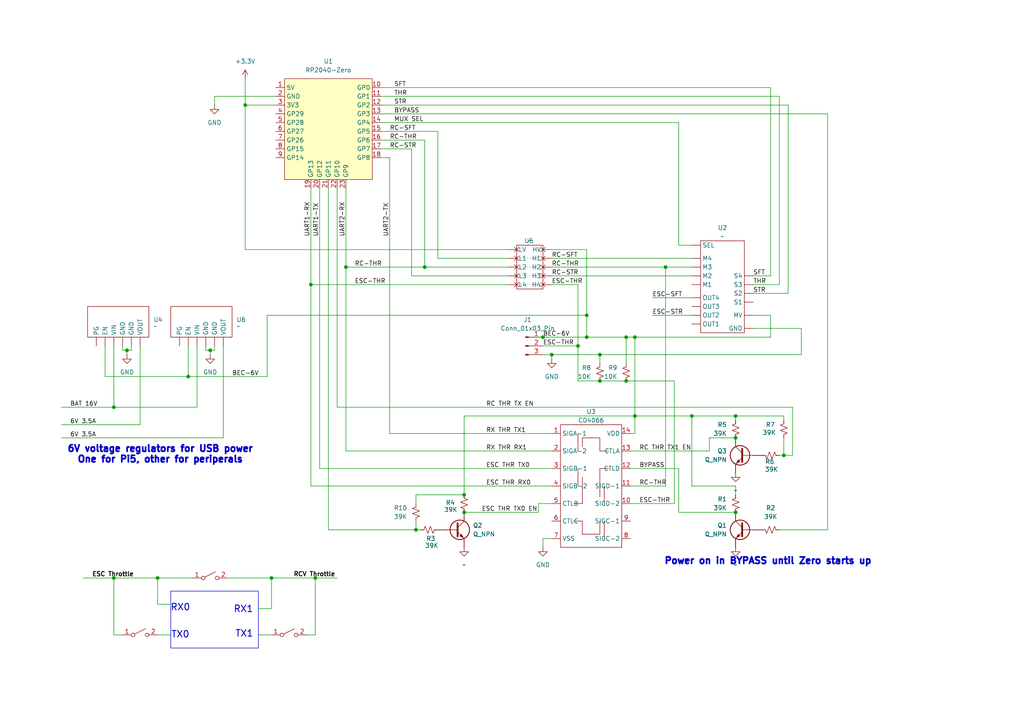
<source format=kicad_sch>
(kicad_sch (version 20250114) (generator "eeschema") (generator_version "9.0")
  (paper "A4")
  (lib_symbols
    (symbol "CD4066_1"
      (property "Reference" "U" (at 0 0 0))
      (symbol "CD4066_1_0_1"
        (rectangle (start -8.89 -5.08) (end 8.89 -40.64))
        (polyline (pts (xy -5.08 -27.94) (xy -2.54 -27.94) (xy -2.54 -20.32)))
        (polyline (pts (xy -5.08 -33.02) (xy -2.54 -33.02) (xy -2.54 -36.83) (xy 2.54 -36.83)))
        (polyline (pts (xy -3.81 -7.62) (xy -3.81 -12.7)))
        (polyline (pts (xy -3.81 -17.78) (xy -3.81 -22.86)))
        (polyline (pts (xy -2.54 -8.89) (xy -2.54 -11.43)))
        (polyline (pts (xy 2.54 -36.83) (xy 2.54 -33.02)))
        (polyline (pts (xy 3.81 -22.86) (xy 3.81 -27.94)))
        (polyline (pts (xy 3.81 -33.02) (xy 3.81 -38.1)))
        (polyline (pts (xy 5.08 -12.7) (xy 2.54 -12.7) (xy 2.54 -8.89) (xy -2.54 -8.89)))
        (polyline (pts (xy 5.08 -17.78) (xy 2.54 -17.78) (xy 2.54 -26.035)))
      )
      (symbol "CD4066_1_1_1"
        (pin passive line (at -11.43 -7.62 0) (length 2.54) (name "SIGA-1") (number "1"))
        (pin passive line (at -11.43 -12.7 0) (length 2.54) (name "SIGA-2") (number "2"))
        (pin passive line (at -11.43 -17.78 0) (length 2.54) (name "SIGB-1") (number "3"))
        (pin passive line (at -11.43 -22.86 0) (length 2.54) (name "SIGB-2") (number "4"))
        (pin input line (at -11.43 -27.94 0) (length 2.54) (name "CTLB") (number "5"))
        (pin input line (at -11.43 -33.02 0) (length 2.54) (name "CTLC") (number "6"))
        (pin power_in line (at -11.43 -38.1 0) (length 2.54) (name "VSS") (number "7"))
        (pin power_in line (at 11.43 -7.62 180) (length 2.54) (name "VDD") (number "14"))
        (pin input line (at 11.43 -12.7 180) (length 2.54) (name "CTLA") (number "13"))
        (pin input line (at 11.43 -17.78 180) (length 2.54) (name "CTLD") (number "12"))
        (pin passive line (at 11.43 -22.86 180) (length 2.54) (name "SIGD-1") (number "11"))
        (pin passive line (at 11.43 -27.94 180) (length 2.54) (name "SIGD-2") (number "10"))
        (pin passive line (at 11.43 -33.02 180) (length 2.54) (name "SIGC-1") (number "9"))
        (pin passive line (at 11.43 -38.1 180) (length 2.54) (name "SIGC-2") (number "8"))
      )
    )
    (symbol "Connector:Conn_01x03_Pin" (pin_names (offset 1.016) (hide yes))
      (property "Reference" "J" (at 0 5.08 0))
      (property "Value" "Conn_01x03_Pin" (at 0 -5.08 0))
      (symbol "Conn_01x03_Pin_1_1"
        (rectangle (start 0.8636 2.667) (end 0 2.413) (stroke (width 0.1524)) (fill (type outline)))
        (rectangle (start 0.8636 0.127) (end 0 -0.127) (stroke (width 0.1524)) (fill (type outline)))
        (rectangle (start 0.8636 -2.413) (end 0 -2.667) (stroke (width 0.1524)) (fill (type outline)))
        (polyline (pts (xy 1.27 2.54) (xy 0.8636 2.54)) (stroke (width 0.1524)))
        (polyline (pts (xy 1.27 0) (xy 0.8636 0)) (stroke (width 0.1524)))
        (polyline (pts (xy 1.27 -2.54) (xy 0.8636 -2.54)) (stroke (width 0.1524)))
        (pin passive line (at 5.08 2.54 180) (length 3.81) (name "Pin_1") (number "1"))
        (pin passive line (at 5.08 0 180) (length 3.81) (name "Pin_2") (number "2"))
        (pin passive line (at 5.08 -2.54 180) (length 3.81) (name "Pin_3") (number "3"))
      )
    )
    (symbol "D36V28F6_1"
      (property "Reference" "U" (at 0 0 0))
      (symbol "D36V28F6_1_0_1"
        (rectangle (start -8.89 -2.54) (end 8.89 -11.43))
      )
      (symbol "D36V28F6_1_1_1"
        (pin open_collector line (at -6.35 -13.97 90) (length 2.54) (name "PG") (number ""))
        (pin input line (at -3.81 -13.97 90) (length 2.54) (name "EN") (number ""))
        (pin power_in line (at -1.27 -13.97 90) (length 2.54) (name "VIN") (number ""))
        (pin power_in line (at 1.27 -13.97 90) (length 2.54) (name "GND") (number ""))
        (pin power_in line (at 3.81 -13.97 90) (length 2.54) (name "GND") (number ""))
        (pin power_out line (at 6.35 -13.97 90) (length 2.54) (name "VOUT") (number ""))
      )
    )
    (symbol "Device:Q_NPN" (pin_numbers (hide yes)) (pin_names (offset 0) (hide yes))
      (property "Reference" "Q" (at 5.08 1.27 0))
      (property "Value" "Q_NPN" (at 5.08 -1.27 0))
      (symbol "Q_NPN_0_1"
        (polyline (pts (xy -2.54 0) (xy 0.635 0)))
        (polyline (pts (xy 0.635 1.905) (xy 0.635 -1.905)) (stroke (width 0.508)))
        (polyline (pts (xy 0.635 0.635) (xy 2.54 2.54)))
        (polyline (pts (xy 0.635 -0.635) (xy 2.54 -2.54)))
        (circle (center 1.27 0) (radius 2.8194) (stroke (width 0.254)))
        (polyline (pts (xy 1.27 -1.778) (xy 1.778 -1.27) (xy 2.286 -2.286) (xy 1.27 -1.778)) (fill (type outline)))
      )
      (symbol "Q_NPN_1_1"
        (pin input line (at -5.08 0 0) (length 2.54) (name "B") (number "B"))
        (pin passive line (at 2.54 5.08 270) (length 2.54) (name "C") (number "C"))
        (pin passive line (at 2.54 -5.08 90) (length 2.54) (name "E") (number "E"))
      )
    )
    (symbol "Device:R_Small_US" (pin_numbers (hide yes)) (pin_names (offset 0.254) (hide yes))
      (property "Reference" "R" (at 0.762 0.508 0))
      (property "Value" "R_Small_US" (at 0.762 -1.016 0))
      (symbol "R_Small_US_1_1"
        (polyline (pts (xy 0 1.524) (xy 1.016 1.143) (xy 0 0.762) (xy -1.016 0.381) (xy 0 0)))
        (polyline (pts (xy 0 0) (xy 1.016 -0.381) (xy 0 -0.762) (xy -1.016 -1.143) (xy 0 -1.524)))
        (pin passive line (at 0 2.54 270) (length 1.016) (name "~") (number "1"))
        (pin passive line (at 0 -2.54 90) (length 1.016) (name "~") (number "2"))
      )
    )
    (symbol "MyRobot:D36V28F6"
      (property "Reference" "U" (at 0 0 0))
      (symbol "D36V28F6_0_1"
        (rectangle (start -8.89 -2.54) (end 8.89 -11.43))
      )
      (symbol "D36V28F6_1_1"
        (pin open_collector line (at -6.35 -13.97 90) (length 2.54) (name "PG") (number ""))
        (pin input line (at -3.81 -13.97 90) (length 2.54) (name "EN") (number ""))
        (pin power_in line (at -1.27 -13.97 90) (length 2.54) (name "VIN") (number ""))
        (pin power_in line (at 1.27 -13.97 90) (length 2.54) (name "GND") (number ""))
        (pin power_in line (at 3.81 -13.97 90) (length 2.54) (name "GND") (number ""))
        (pin power_out line (at 6.35 -13.97 90) (length 2.54) (name "VOUT") (number ""))
      )
    )
    (symbol "MyRobot:LVL-SHIFT"
      (property "Reference" "U" (at 0 0 0))
      (symbol "LVL-SHIFT_0_1"
        (rectangle (start -3.81 -1.27) (end 3.81 -13.97))
        (polyline (pts (xy -2.54 -5.08) (xy 2.54 -5.08)) (stroke (width 0) (type dot)))
        (polyline (pts (xy -2.54 -7.62) (xy 2.54 -7.62)) (stroke (width 0) (type dot)))
        (polyline (pts (xy -2.54 -10.16) (xy 2.54 -10.16)) (stroke (width 0) (type dot)))
        (polyline (pts (xy -2.54 -12.7) (xy 2.54 -12.7)) (stroke (width 0) (type dot)))
      )
      (symbol "LVL-SHIFT_1_1"
        (pin power_in non_logic (at -6.35 -2.54 0) (length 2.54) (name "LV") (number ""))
        (pin passive non_logic (at -6.35 -5.08 0) (length 2.54) (name "L1") (number ""))
        (pin passive non_logic (at -6.35 -7.62 0) (length 2.54) (name "L2") (number ""))
        (pin passive non_logic (at -6.35 -10.16 0) (length 2.54) (name "L3") (number ""))
        (pin passive non_logic (at -6.35 -12.7 0) (length 2.54) (name "L4") (number ""))
        (pin power_in non_logic (at 6.35 -2.54 180) (length 2.54) (name "HV") (number ""))
        (pin passive non_logic (at 6.35 -5.08 180) (length 2.54) (name "H1") (number ""))
        (pin passive non_logic (at 6.35 -7.62 180) (length 2.54) (name "H2") (number ""))
        (pin passive non_logic (at 6.35 -10.16 180) (length 2.54) (name "H3") (number ""))
        (pin passive non_logic (at 6.35 -12.7 180) (length 2.54) (name "H4") (number ""))
      )
    )
    (symbol "MyRobot:RCMUX"
      (property "Reference" "U" (at 0 0 0))
      (symbol "RCMUX_0_1"
        (rectangle (start -6.35 -1.27) (end 6.35 -27.94))
      )
      (symbol "RCMUX_1_1"
        (pin input line (at -8.89 -2.54 0) (length 2.54) (name "SEL") (number ""))
        (pin input line (at -8.89 -6.35 0) (length 2.54) (name "M4") (number ""))
        (pin input line (at -8.89 -8.89 0) (length 2.54) (name "M3") (number ""))
        (pin input line (at -8.89 -11.43 0) (length 2.54) (name "M2") (number ""))
        (pin input line (at -8.89 -13.97 0) (length 2.54) (name "M1") (number ""))
        (pin output line (at -8.89 -17.78 0) (length 2.54) (name "OUT4") (number ""))
        (pin output line (at -8.89 -20.32 0) (length 2.54) (name "OUT3") (number ""))
        (pin output line (at -8.89 -22.86 0) (length 2.54) (name "OUT2") (number ""))
        (pin output line (at -8.89 -25.4 0) (length 2.54) (name "OUT1") (number ""))
        (pin input line (at 8.89 -11.43 180) (length 2.54) (name "S4") (number ""))
        (pin input line (at 8.89 -13.97 180) (length 2.54) (name "S3") (number ""))
        (pin input line (at 8.89 -16.51 180) (length 2.54) (name "S2") (number ""))
        (pin input line (at 8.89 -19.05 180) (length 2.54) (name "S1") (number ""))
        (pin input line (at 8.89 -22.86 180) (length 2.54) (name "MV") (number ""))
        (pin input line (at 8.89 -26.67 180) (length 2.54) (name "GND") (number ""))
      )
    )
    (symbol "RP2040:RP2040-Zero"
      (property "Reference" "U" (at 0 0 0))
      (property "Value" "RP2040-Zero" (at 0 8.89 0))
      (symbol "RP2040-Zero_0_1"
        (rectangle (start -12.7 7.62) (end 12.7 -21.59) (fill (type background)))
      )
      (symbol "RP2040-Zero_1_1"
        (pin power_in line (at -15.24 5.08 0) (length 2.54) (name "5V") (number "1"))
        (pin power_in line (at -15.24 2.54 0) (length 2.54) (name "GND") (number "2"))
        (pin power_in line (at -15.24 0 0) (length 2.54) (name "3V3") (number "3"))
        (pin bidirectional line (at -15.24 -2.54 0) (length 2.54) (name "GP29") (number "4"))
        (pin bidirectional line (at -15.24 -5.08 0) (length 2.54) (name "GP28") (number "5"))
        (pin bidirectional line (at -15.24 -7.62 0) (length 2.54) (name "GP27") (number "6"))
        (pin bidirectional line (at -15.24 -10.16 0) (length 2.54) (name "GP26") (number "7"))
        (pin bidirectional line (at -15.24 -12.7 0) (length 2.54) (name "GP15") (number "8"))
        (pin bidirectional line (at -15.24 -15.24 0) (length 2.54) (name "GP14") (number "9"))
        (pin bidirectional line (at -5.08 -24.13 90) (length 2.54) (name "GP13") (number "19"))
        (pin bidirectional line (at -2.54 -24.13 90) (length 2.54) (name "GP12") (number "20"))
        (pin bidirectional line (at 0 -24.13 90) (length 2.54) (name "GP11") (number "21"))
        (pin bidirectional line (at 2.54 -24.13 90) (length 2.54) (name "GP10") (number "22"))
        (pin bidirectional line (at 5.08 -24.13 90) (length 2.54) (name "GP9") (number "23"))
        (pin bidirectional line (at 15.24 5.08 180) (length 2.54) (name "GP0") (number "10"))
        (pin bidirectional line (at 15.24 2.54 180) (length 2.54) (name "GP1") (number "11"))
        (pin bidirectional line (at 15.24 0 180) (length 2.54) (name "GP2") (number "12"))
        (pin bidirectional line (at 15.24 -2.54 180) (length 2.54) (name "GP3") (number "13"))
        (pin bidirectional line (at 15.24 -5.08 180) (length 2.54) (name "GP4") (number "14"))
        (pin bidirectional line (at 15.24 -7.62 180) (length 2.54) (name "GP5") (number "15"))
        (pin bidirectional line (at 15.24 -10.16 180) (length 2.54) (name "GP6") (number "16"))
        (pin bidirectional line (at 15.24 -12.7 180) (length 2.54) (name "GP7") (number "17"))
        (pin bidirectional line (at 15.24 -15.24 180) (length 2.54) (name "GP8") (number "18"))
      )
    )
    (symbol "Switch:SW_SPST" (pin_names (offset 0) (hide yes))
      (property "Reference" "SW" (at 0 3.175 0))
      (property "Value" "SW_SPST" (at 0 -2.54 0))
      (symbol "SW_SPST_0_0"
        (circle (center -2.032 0) (radius 0.508))
        (polyline (pts (xy -1.524 0.254) (xy 1.524 1.778)))
        (circle (center 2.032 0) (radius 0.508))
      )
      (symbol "SW_SPST_1_1"
        (pin passive line (at -5.08 0 0) (length 2.54) (name "A") (number "1"))
        (pin passive line (at 5.08 0 180) (length 2.54) (name "B") (number "2"))
      )
    )
    (symbol "power:+3.3V" (power) (pin_numbers (hide yes)) (pin_names (offset 0) (hide yes))
      (property "Value" "+3.3V" (at 0 3.556 0))
      (symbol "+3.3V_0_1"
        (polyline (pts (xy -0.762 1.27) (xy 0 2.54)))
        (polyline (pts (xy 0 2.54) (xy 0.762 1.27)))
        (polyline (pts (xy 0 0) (xy 0 2.54)))
      )
      (symbol "+3.3V_1_1"
        (pin power_in line (at 0 0 90) (length 0) (name "~") (number "1"))
      )
    )
    (symbol "power:GND" (power) (pin_numbers (hide yes)) (pin_names (offset 0) (hide yes))
      (property "Value" "GND" (at 0 -3.81 0))
      (symbol "GND_0_1"
        (polyline (pts (xy 0 0) (xy 0 -1.27) (xy 1.27 -1.27) (xy 0 -2.54) (xy -1.27 -1.27) (xy 0 -1.27)))
      )
      (symbol "GND_1_1"
        (pin power_in line (at 0 0 270) (length 0) (name "~") (number "1"))
      )
    )
  )
  (rectangle (start 49.53 171.45) (end 74.93 187.96))
  (text "TX0" (at 52.324 184.15 0) (effects (font (size 1.905 1.905) (thickness 0.254) (bold yes))))
  (text "Power on in BYPASS until Zero starts up" (at 222.758 162.814 0) (effects (font (size 1.905 1.905) (thickness 0.508) (bold yes))))
  (text "6V voltage regulators for USB power\nOne for Pi5, other for periperals" (at 46.482 131.826 0) (effects (font (size 1.905 1.905) (thickness 0.508) (bold yes))))
  (text "RX1" (at 70.612 176.784 0) (effects (font (size 1.905 1.905) (thickness 0.254) (bold yes))))
  (text "RX0" (at 52.324 176.276 0) (effects (font (size 1.905 1.905) (thickness 0.254) (bold yes))))
  (text "TX1" (at 70.866 183.896 0) (effects (font (size 1.905 1.905) (thickness 0.254) (bold yes))))
  (junction (at 134.62 143.51))
  (junction (at 120.65 153.67))
  (junction (at 213.36 120.65))
  (junction (at 184.15 97.79))
  (junction (at 134.62 148.59))
  (junction (at 157.48 97.79))
  (junction (at 213.36 127))
  (junction (at 60.96 101.6))
  (junction (at 90.17 82.55))
  (junction (at 170.18 97.79))
  (junction (at 36.83 101.6))
  (junction (at 45.72 167.64))
  (junction (at 181.61 97.79))
  (junction (at 123.19 77.47))
  (junction (at 91.44 167.64))
  (junction (at 200.66 120.65))
  (junction (at 193.04 77.47))
  (junction (at 33.02 167.64))
  (junction (at 170.18 91.44))
  (junction (at 181.61 110.49))
  (junction (at 78.74 167.64))
  (junction (at 167.64 100.33))
  (junction (at 100.33 77.47))
  (junction (at 71.12 30.48))
  (junction (at 213.36 148.59))
  (junction (at 227.33 132.08))
  (junction (at 160.02 102.87))
  (junction (at 173.99 102.87))
  (junction (at 33.02 118.11))
  (junction (at 54.61 109.22))
  (junction (at 173.99 110.49))
  (junction (at 184.15 120.65))
  (wire (pts (xy 110.49 33.02) (xy 240.03 33.02)))
  (wire (pts (xy 170.18 91.44) (xy 170.18 97.79)))
  (wire (pts (xy 228.6 85.09) (xy 218.44 85.09)))
  (wire (pts (xy 100.33 130.81) (xy 160.02 130.81)))
  (wire (pts (xy 113.03 45.72) (xy 113.03 125.73)))
  (wire (pts (xy 90.17 140.97) (xy 160.02 140.97)))
  (wire (pts (xy 160.02 102.87) (xy 160.02 104.14)))
  (wire (pts (xy 71.12 30.48) (xy 80.01 30.48)))
  (wire (pts (xy 119.38 43.18) (xy 119.38 80.01)))
  (wire (pts (xy 62.23 27.94) (xy 80.01 27.94)))
  (wire (pts (xy 45.72 175.26) (xy 49.53 175.26)))
  (wire (pts (xy 36.83 101.6) (xy 36.83 102.87)))
  (wire (pts (xy 77.47 91.44) (xy 77.47 109.22)))
  (wire (pts (xy 35.56 100.33) (xy 35.56 101.6)))
  (wire (pts (xy 232.41 102.87) (xy 232.41 95.25)))
  (wire (pts (xy 195.58 110.49) (xy 195.58 146.05)))
  (wire (pts (xy 33.02 184.15) (xy 35.56 184.15)))
  (wire (pts (xy 64.77 100.33) (xy 64.77 127)))
  (wire (pts (xy 160.02 77.47) (xy 193.04 77.47)))
  (wire (pts (xy 91.44 167.64) (xy 97.79 167.64)))
  (wire (pts (xy 35.56 101.6) (xy 36.83 101.6)))
  (wire (pts (xy 196.85 135.89) (xy 196.85 148.59)))
  (wire (pts (xy 71.12 72.39) (xy 71.12 30.48)))
  (wire (pts (xy 91.44 167.64) (xy 91.44 184.15)))
  (wire (pts (xy 182.88 125.73) (xy 184.15 125.73)))
  (wire (pts (xy 213.36 120.65) (xy 227.33 120.65)))
  (wire (pts (xy 223.52 25.4) (xy 223.52 80.01)))
  (wire (pts (xy 157.48 100.33) (xy 167.64 100.33)))
  (wire (pts (xy 120.65 143.51) (xy 134.62 143.51)))
  (wire (pts (xy 17.78 123.19) (xy 40.64 123.19)))
  (wire (pts (xy 228.6 30.48) (xy 228.6 85.09)))
  (wire (pts (xy 110.49 25.4) (xy 223.52 25.4)))
  (wire (pts (xy 54.61 109.22) (xy 77.47 109.22)))
  (wire (pts (xy 193.04 77.47) (xy 193.04 140.97)))
  (wire (pts (xy 113.03 125.73) (xy 160.02 125.73)))
  (wire (pts (xy 227.33 132.08) (xy 229.87 132.08)))
  (wire (pts (xy 223.52 91.44) (xy 218.44 91.44)))
  (wire (pts (xy 45.72 184.15) (xy 49.53 184.15)))
  (wire (pts (xy 24.13 167.64) (xy 33.02 167.64)))
  (wire (pts (xy 173.99 102.87) (xy 232.41 102.87)))
  (wire (pts (xy 229.87 118.11) (xy 229.87 132.08)))
  (wire (pts (xy 110.49 43.18) (xy 119.38 43.18)))
  (wire (pts (xy 154.94 97.79) (xy 157.48 97.79)))
  (wire (pts (xy 134.62 148.59) (xy 156.21 148.59)))
  (wire (pts (xy 123.19 77.47) (xy 100.33 77.47)))
  (wire (pts (xy 45.72 167.64) (xy 55.88 167.64)))
  (wire (pts (xy 213.36 148.59) (xy 196.85 148.59)))
  (wire (pts (xy 123.19 77.47) (xy 147.32 77.47)))
  (wire (pts (xy 134.62 120.65) (xy 134.62 143.51)))
  (wire (pts (xy 189.23 91.44) (xy 200.66 91.44)))
  (wire (pts (xy 160.02 156.21) (xy 157.48 156.21)))
  (wire (pts (xy 193.04 77.47) (xy 200.66 77.47)))
  (wire (pts (xy 110.49 45.72) (xy 113.03 45.72)))
  (wire (pts (xy 184.15 120.65) (xy 184.15 125.73)))
  (wire (pts (xy 160.02 74.93) (xy 200.66 74.93)))
  (wire (pts (xy 205.74 127) (xy 213.36 127)))
  (wire (pts (xy 157.48 97.79) (xy 170.18 97.79)))
  (wire (pts (xy 223.52 97.79) (xy 223.52 91.44)))
  (wire (pts (xy 97.79 54.61) (xy 97.79 118.11)))
  (wire (pts (xy 30.48 100.33) (xy 30.48 109.22)))
  (wire (pts (xy 182.88 135.89) (xy 196.85 135.89)))
  (wire (pts (xy 71.12 22.86) (xy 71.12 30.48)))
  (wire (pts (xy 123.19 40.64) (xy 123.19 77.47)))
  (wire (pts (xy 17.78 118.11) (xy 33.02 118.11)))
  (wire (pts (xy 78.74 167.64) (xy 91.44 167.64)))
  (wire (pts (xy 226.06 153.67) (xy 240.03 153.67)))
  (wire (pts (xy 223.52 80.01) (xy 218.44 80.01)))
  (wire (pts (xy 167.64 110.49) (xy 173.99 110.49)))
  (wire (pts (xy 95.25 54.61) (xy 95.25 153.67)))
  (wire (pts (xy 226.06 132.08) (xy 227.33 132.08)))
  (wire (pts (xy 110.49 30.48) (xy 228.6 30.48)))
  (wire (pts (xy 196.85 71.12) (xy 200.66 71.12)))
  (wire (pts (xy 156.21 146.05) (xy 160.02 146.05)))
  (wire (pts (xy 213.36 140.97) (xy 213.36 143.51)))
  (wire (pts (xy 227.33 120.65) (xy 227.33 121.92)))
  (wire (pts (xy 100.33 54.61) (xy 100.33 77.47)))
  (wire (pts (xy 90.17 82.55) (xy 147.32 82.55)))
  (wire (pts (xy 97.79 118.11) (xy 229.87 118.11)))
  (wire (pts (xy 30.48 109.22) (xy 54.61 109.22)))
  (wire (pts (xy 160.02 102.87) (xy 157.48 102.87)))
  (wire (pts (xy 110.49 38.1) (xy 127 38.1)))
  (wire (pts (xy 196.85 35.56) (xy 196.85 71.12)))
  (wire (pts (xy 173.99 102.87) (xy 173.99 105.41)))
  (wire (pts (xy 36.83 101.6) (xy 38.1 101.6)))
  (wire (pts (xy 213.36 120.65) (xy 213.36 121.92)))
  (wire (pts (xy 60.96 101.6) (xy 62.23 101.6)))
  (wire (pts (xy 33.02 118.11) (xy 57.15 118.11)))
  (wire (pts (xy 120.65 151.13) (xy 120.65 153.67)))
  (wire (pts (xy 182.88 146.05) (xy 195.58 146.05)))
  (wire (pts (xy 100.33 77.47) (xy 100.33 130.81)))
  (wire (pts (xy 184.15 120.65) (xy 200.66 120.65)))
  (wire (pts (xy 120.65 153.67) (xy 121.92 153.67)))
  (wire (pts (xy 57.15 100.33) (xy 57.15 118.11)))
  (wire (pts (xy 167.64 110.49) (xy 167.64 100.33)))
  (wire (pts (xy 182.88 130.81) (xy 205.74 130.81)))
  (wire (pts (xy 170.18 97.79) (xy 181.61 97.79)))
  (wire (pts (xy 134.62 120.65) (xy 184.15 120.65)))
  (wire (pts (xy 74.93 184.15) (xy 78.74 184.15)))
  (wire (pts (xy 33.02 167.64) (xy 45.72 167.64)))
  (wire (pts (xy 156.21 146.05) (xy 156.21 148.59)))
  (wire (pts (xy 167.64 82.55) (xy 167.64 100.33)))
  (wire (pts (xy 184.15 120.65) (xy 184.15 97.79)))
  (wire (pts (xy 173.99 110.49) (xy 181.61 110.49)))
  (wire (pts (xy 33.02 100.33) (xy 33.02 118.11)))
  (wire (pts (xy 160.02 102.87) (xy 173.99 102.87)))
  (wire (pts (xy 110.49 27.94) (xy 226.06 27.94)))
  (wire (pts (xy 160.02 82.55) (xy 167.64 82.55)))
  (wire (pts (xy 119.38 80.01) (xy 147.32 80.01)))
  (wire (pts (xy 218.44 82.55) (xy 226.06 82.55)))
  (wire (pts (xy 127 38.1) (xy 127 74.93)))
  (wire (pts (xy 95.25 153.67) (xy 120.65 153.67)))
  (wire (pts (xy 193.04 140.97) (xy 182.88 140.97)))
  (wire (pts (xy 110.49 35.56) (xy 196.85 35.56)))
  (wire (pts (xy 90.17 82.55) (xy 90.17 140.97)))
  (wire (pts (xy 127 74.93) (xy 147.32 74.93)))
  (wire (pts (xy 45.72 167.64) (xy 45.72 175.26)))
  (wire (pts (xy 62.23 100.33) (xy 62.23 101.6)))
  (wire (pts (xy 200.66 140.97) (xy 213.36 140.97)))
  (wire (pts (xy 88.9 184.15) (xy 91.44 184.15)))
  (wire (pts (xy 17.78 127) (xy 64.77 127)))
  (wire (pts (xy 226.06 27.94) (xy 226.06 82.55)))
  (wire (pts (xy 189.23 86.36) (xy 200.66 86.36)))
  (wire (pts (xy 181.61 97.79) (xy 184.15 97.79)))
  (wire (pts (xy 33.02 167.64) (xy 33.02 184.15)))
  (wire (pts (xy 181.61 97.79) (xy 181.61 105.41)))
  (wire (pts (xy 227.33 127) (xy 227.33 132.08)))
  (wire (pts (xy 74.93 176.53) (xy 78.74 176.53)))
  (wire (pts (xy 59.69 101.6) (xy 60.96 101.6)))
  (wire (pts (xy 77.47 91.44) (xy 170.18 91.44)))
  (wire (pts (xy 59.69 101.6) (xy 59.69 100.33)))
  (wire (pts (xy 170.18 72.39) (xy 170.18 91.44)))
  (wire (pts (xy 78.74 167.64) (xy 78.74 176.53)))
  (wire (pts (xy 232.41 95.25) (xy 218.44 95.25)))
  (wire (pts (xy 160.02 80.01) (xy 200.66 80.01)))
  (wire (pts (xy 200.66 120.65) (xy 213.36 120.65)))
  (wire (pts (xy 40.64 100.33) (xy 40.64 123.19)))
  (wire (pts (xy 62.23 30.48) (xy 62.23 27.94)))
  (wire (pts (xy 110.49 40.64) (xy 123.19 40.64)))
  (wire (pts (xy 184.15 97.79) (xy 223.52 97.79)))
  (wire (pts (xy 240.03 33.02) (xy 240.03 153.67)))
  (wire (pts (xy 90.17 54.61) (xy 90.17 82.55)))
  (wire (pts (xy 181.61 110.49) (xy 195.58 110.49)))
  (wire (pts (xy 200.66 120.65) (xy 200.66 140.97)))
  (wire (pts (xy 160.02 135.89) (xy 92.71 135.89)))
  (wire (pts (xy 66.04 167.64) (xy 78.74 167.64)))
  (wire (pts (xy 157.48 156.21) (xy 157.48 158.75)))
  (wire (pts (xy 160.02 72.39) (xy 170.18 72.39)))
  (wire (pts (xy 120.65 146.05) (xy 120.65 143.51)))
  (wire (pts (xy 54.61 100.33) (xy 54.61 109.22)))
  (wire (pts (xy 60.96 101.6) (xy 60.96 102.87)))
  (wire (pts (xy 38.1 100.33) (xy 38.1 101.6)))
  (wire (pts (xy 147.32 72.39) (xy 71.12 72.39)))
  (wire (pts (xy 92.71 135.89) (xy 92.71 54.61)))
  (wire (pts (xy 205.74 127) (xy 205.74 130.81)))
  (label "ESC-THR" (at 185.42 146.05 0))
  (label "ESC Throttle" (at 26.67 167.64 0) (effects (font (thickness 0.254) (bold yes))))
  (label "RC-THR" (at 160.02 77.47 0))
  (label "ESC-THR" (at 157.48 100.33 0))
  (label "RC-STR" (at 113.03 43.18 0))
  (label "UART2-TX" (at 113.03 68.58 90))
  (label "SFT" (at 218.44 80.01 0))
  (label "ESC THR TX0 EN" (at 139.7 148.59 0))
  (label "UART1-TX" (at 92.71 68.58 90))
  (label "ESC-STR" (at 189.23 91.44 0))
  (label "ESC-THR" (at 102.87 82.55 0))
  (label "MUX SEL" (at 114.3 35.56 0))
  (label "ESC-THR" (at 160.02 82.55 0))
  (label "UART2-RX" (at 100.33 68.58 90))
  (label "RC-THR" (at 102.87 77.47 0))
  (label "STR" (at 218.44 85.09 0))
  (label "RX THR RX1" (at 140.97 130.81 0))
  (label "RC-STR" (at 160.02 80.01 0))
  (label "RX THR TX1" (at 140.97 125.73 0))
  (label "SFT" (at 114.3 25.4 0))
  (label "ESC THR RX0" (at 140.97 140.97 0))
  (label "THR" (at 218.44 82.55 0))
  (label "ESC-SFT" (at 189.23 86.36 0))
  (label "BEC-6V" (at 67.31 109.22 0))
  (label "6V 3.5A" (at 20.32 127 0))
  (label "BYPASS" (at 185.42 135.89 0))
  (label "BYPASS" (at 114.3 33.02 0))
  (label "RC-SFT" (at 113.03 38.1 0))
  (label "RC-SFT" (at 160.02 74.93 0))
  (label "BEC-6V" (at 157.48 97.79 0))
  (label "RC-THR" (at 185.42 140.97 0))
  (label "RC THR TX EN" (at 140.97 118.11 0))
  (label "RCV Throttle" (at 85.09 167.64 0) (effects (font (thickness 0.254) (bold yes))))
  (label "UART1-RX" (at 90.17 68.58 90))
  (label "BAT 16V" (at 20.32 118.11 0))
  (label "RC-THR" (at 113.03 40.64 0))
  (label "ESC THR TX0" (at 140.97 135.89 0))
  (label "STR" (at 114.3 30.48 0))
  (label "6V 3.5A" (at 20.32 123.19 0))
  (label "THR" (at 114.3 27.94 0))
  (label "RC THR TX1 EN" (at 185.42 130.81 0))
  (symbol (lib_id "RP2040:RP2040-Zero") (at 95.25 30.48 0) (unit 1)
    (property "Reference" "U1" (at 95.25 17.78 0))
    (property "Value" "RP2040-Zero" (at 95.25 20.32 0))
  )
  (symbol (lib_id "power:GND") (at 62.23 30.48 0) (unit 1)
    (property "Reference" "#PWR02" (effects (hide yes)))
    (property "Value" "GND" (at 62.23 35.56 0))
    (property "Description" "Power symbol creates a global label with name \"GND\" , ground" (effects (hide yes)))
  )
  (symbol (lib_id "Device:R_Small_US") (at 120.65 148.59 0) (mirror y) (unit 1)
    (property "Reference" "R10" (at 118.11 147.3199 0) (effects (justify left)))
    (property "Value" "39K" (at 118.11 149.8599 0) (effects (justify left)))
    (property "Description" "Resistor, small US symbol" (effects (hide yes)))
  )
  (symbol (lib_id "power:GND") (at 213.36 158.75 0) (mirror y) (unit 1)
    (property "Reference" "#PWR05" (effects (hide yes)))
    (property "Value" "~" (at 213.36 163.83 0))
    (property "Description" "Power symbol creates a global label with name \"GND\" , ground" (effects (hide yes)))
  )
  (symbol (lib_name "CD4066_1") (lib_id "MyRobot:CD4066") (at 171.45 118.11 0) (unit 1)
    (property "Reference" "U3" (at 171.45 119.38 0))
    (property "Value" "CD4066" (at 171.45 121.92 0))
  )
  (symbol (lib_id "MyRobot:D36V28F6") (at 34.29 86.36 0) (unit 1)
    (property "Reference" "U4" (at 44.45 92.7099 0) (effects (justify left)))
    (property "Value" "~" (at 44.45 94.615 0) (effects (justify left)))
  )
  (symbol (lib_id "Device:R_Small_US") (at 223.52 132.08 270) (mirror x) (unit 1)
    (property "Reference" "R6" (at 223.266 133.858 90))
    (property "Value" "39K" (at 223.774 136.144 90))
    (property "Description" "Resistor, small US symbol" (effects (hide yes)))
  )
  (symbol (lib_id "power:GND") (at 160.02 104.14 0) (unit 1)
    (property "Reference" "#PWR01" (effects (hide yes)))
    (property "Value" "GND" (at 160.02 109.22 0))
    (property "Description" "Power symbol creates a global label with name \"GND\" , ground" (effects (hide yes)))
  )
  (symbol (lib_id "Device:Q_NPN") (at 215.9 153.67 0) (mirror y) (unit 1)
    (property "Reference" "Q1" (at 210.82 152.3999 0) (effects (justify left)))
    (property "Value" "Q_NPN" (at 210.82 154.9399 0) (effects (justify left)))
    (property "Description" "NPN bipolar junction transistor" (effects (hide yes)))
  )
  (symbol (lib_id "Switch:SW_SPST") (at 40.64 184.15 0) (unit 1)
    (property "Reference" "SW2" (effects (hide yes)))
    (property "Value" "SW_SPST" (effects (hide yes)))
    (property "Description" "Single Pole Single Throw (SPST) switch" (effects (hide yes)))
  )
  (symbol (lib_id "MyRobot:LVL-SHIFT") (at 153.67 69.85 0) (unit 1)
    (property "Reference" "U5" (at 153.416 69.85 0))
    (property "Value" "~" (at 153.67 69.85 0))
  )
  (symbol (lib_id "power:+3.3V") (at 71.12 22.86 0) (unit 1)
    (property "Reference" "#PWR03" (effects (hide yes)))
    (property "Value" "+3.3V" (at 71.12 17.78 0))
    (property "Description" "Power symbol creates a global label with name \"+3.3V\"" (effects (hide yes)))
  )
  (symbol (lib_id "Device:R_Small_US") (at 134.62 146.05 0) (unit 1)
    (property "Reference" "R4" (at 129.286 145.796 0) (effects (justify left)))
    (property "Value" "39K" (at 128.778 147.828 0) (effects (justify left)))
    (property "Description" "Resistor, small US symbol" (effects (hide yes)))
  )
  (symbol (lib_id "MyRobot:RCMUX") (at 209.55 68.58 0) (unit 1)
    (property "Reference" "U2" (at 209.55 66.04 0))
    (property "Value" "~" (at 209.55 68.58 0))
  )
  (symbol (lib_id "Connector:Conn_01x03_Pin") (at 152.4 100.33 0) (unit 1)
    (property "Reference" "J1" (at 153.035 92.71 0))
    (property "Value" "Conn_01x03_Pin" (at 153.035 95.25 0))
    (property "Description" "Generic connector, single row, 01x03, script generated" (effects (hide yes)))
  )
  (symbol (lib_id "Device:R_Small_US") (at 223.52 153.67 270) (mirror x) (unit 1)
    (property "Reference" "R2" (at 223.52 147.32 90))
    (property "Value" "39K" (at 223.52 149.86 90))
    (property "Description" "Resistor, small US symbol" (effects (hide yes)))
  )
  (symbol (lib_id "power:GND") (at 157.48 158.75 0) (unit 1)
    (property "Reference" "#PWR04" (effects (hide yes)))
    (property "Value" "GND" (at 157.48 163.83 0))
    (property "Description" "Power symbol creates a global label with name \"GND\" , ground" (effects (hide yes)))
  )
  (symbol (lib_id "Switch:SW_SPST") (at 60.96 167.64 0) (unit 1)
    (property "Reference" "SW1" (effects (hide yes)))
    (property "Value" "SW_SPST" (effects (hide yes)))
    (property "Description" "Single Pole Single Throw (SPST) switch" (effects (hide yes)))
  )
  (symbol (lib_id "Device:R_Small_US") (at 213.36 124.46 0) (mirror y) (unit 1)
    (property "Reference" "R5" (at 210.82 123.1899 0) (effects (justify left)))
    (property "Value" "39K" (at 210.82 125.7299 0) (effects (justify left)))
    (property "Description" "Resistor, small US symbol" (effects (hide yes)))
  )
  (symbol (lib_id "Device:R_Small_US") (at 173.99 107.95 0) (mirror y) (unit 1)
    (property "Reference" "R8" (at 171.45 106.6799 0) (effects (justify left)))
    (property "Value" "10K" (at 171.45 109.2199 0) (effects (justify left)))
    (property "Description" "Resistor, small US symbol" (effects (hide yes)))
  )
  (symbol (lib_id "Device:R_Small_US") (at 181.61 107.95 0) (mirror y) (unit 1)
    (property "Reference" "R9" (at 179.07 106.6799 0) (effects (justify left)))
    (property "Value" "10K" (at 179.07 109.2199 0) (effects (justify left)))
    (property "Description" "Resistor, small US symbol" (effects (hide yes)))
  )
  (symbol (lib_id "power:GND") (at 36.83 102.87 0) (unit 1)
    (property "Reference" "#PWR06" (effects (hide yes)))
    (property "Value" "GND" (at 36.83 107.95 0))
    (property "Description" "Power symbol creates a global label with name \"GND\" , ground" (effects (hide yes)))
  )
  (symbol (lib_id "Switch:SW_SPST") (at 83.82 184.15 0) (unit 1)
    (property "Reference" "SW3" (effects (hide yes)))
    (property "Value" "SW_SPST" (effects (hide yes)))
    (property "Description" "Single Pole Single Throw (SPST) switch" (effects (hide yes)))
  )
  (symbol (lib_id "Device:Q_NPN") (at 132.08 153.67 0) (unit 1)
    (property "Reference" "Q2" (at 137.16 152.3999 0) (effects (justify left)))
    (property "Value" "Q_NPN" (at 137.16 154.9399 0) (effects (justify left)))
    (property "Description" "NPN bipolar junction transistor" (effects (hide yes)))
  )
  (symbol (lib_id "Device:Q_NPN") (at 215.9 132.08 0) (mirror y) (unit 1)
    (property "Reference" "Q3" (at 210.82 130.8099 0) (effects (justify left)))
    (property "Value" "Q_NPN" (at 210.82 133.3499 0) (effects (justify left)))
    (property "Description" "NPN bipolar junction transistor" (effects (hide yes)))
  )
  (symbol (lib_id "power:GND") (at 60.96 102.87 0) (unit 1)
    (property "Reference" "#PWR07" (effects (hide yes)))
    (property "Value" "GND" (at 60.96 107.95 0))
    (property "Description" "Power symbol creates a global label with name \"GND\" , ground" (effects (hide yes)))
  )
  (symbol (lib_id "Device:R_Small_US") (at 213.36 146.05 0) (mirror y) (unit 1)
    (property "Reference" "R1" (at 210.82 144.7799 0) (effects (justify left)))
    (property "Value" "39K" (at 210.82 147.3199 0) (effects (justify left)))
    (property "Description" "Resistor, small US symbol" (effects (hide yes)))
  )
  (symbol (lib_id "Device:R_Small_US") (at 227.33 124.46 0) (mirror y) (unit 1)
    (property "Reference" "R7" (at 224.79 123.1899 0) (effects (justify left)))
    (property "Value" "39K" (at 225.044 125.476 0) (effects (justify left)))
    (property "Description" "Resistor, small US symbol" (effects (hide yes)))
  )
  (symbol (lib_id "power:GND") (at 213.36 137.16 0) (mirror y) (unit 1)
    (property "Reference" "#PWR09" (effects (hide yes)))
    (property "Value" "~" (at 213.36 142.24 0))
    (property "Description" "Power symbol creates a global label with name \"GND\" , ground" (effects (hide yes)))
  )
  (symbol (lib_name "D36V28F6_1") (lib_id "MyRobot:D36V28F6") (at 58.42 86.36 0) (unit 1)
    (property "Reference" "U6" (at 68.58 92.7099 0) (effects (justify left)))
    (property "Value" "~" (at 68.58 94.615 0) (effects (justify left)))
  )
  (symbol (lib_id "Device:R_Small_US") (at 124.46 153.67 90) (unit 1)
    (property "Reference" "R3" (at 124.968 156.21 90))
    (property "Value" "39K" (at 125.222 158.242 90))
    (property "Description" "Resistor, small US symbol" (effects (hide yes)))
  )
  (symbol (lib_id "power:GND") (at 134.62 158.75 0) (unit 1)
    (property "Reference" "#PWR08" (effects (hide yes)))
    (property "Value" "~" (at 134.62 163.83 0))
    (property "Description" "Power symbol creates a global label with name \"GND\" , ground" (effects (hide yes)))
  )
)
</source>
